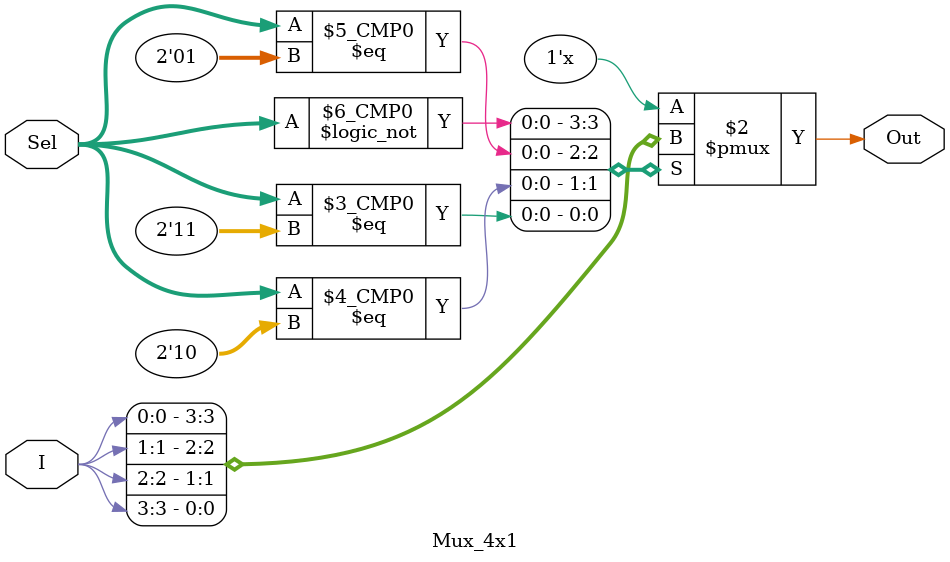
<source format=v>
module Mux_4x1 (I, Sel, Out);

  input [3:0] I;     // 4-bit input bus
  input [1:0] Sel;   // 2-bit select input
  output Out;        // Output

  reg Out;           // Output register

  always @(I, Sel)
    case(Sel)
      2'b00: Out = I[0];
      2'b01: Out = I[1];
      2'b10: Out = I[2];
      2'b11: Out = I[3];
    endcase

endmodule


</source>
